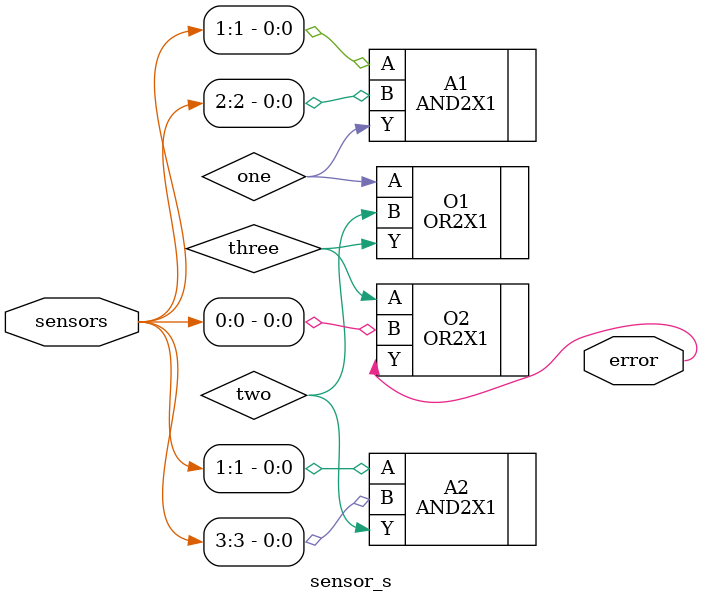
<source format=sv>

module sensor_s
(
	input wire [3:0] sensors,
	output wire error
);

wire one;
wire two;
wire three;

AND2X1 A1( .A(sensors[1]), .B(sensors[2]), .Y(one) );
AND2X1 A2( .A(sensors[1]), .B(sensors[3]), .Y(two) );
OR2X1 O1(.A(one), .B(two), .Y(three));
OR2X1 O2(.A(three), .B(sensors[0]), .Y(error));

endmodule

</source>
